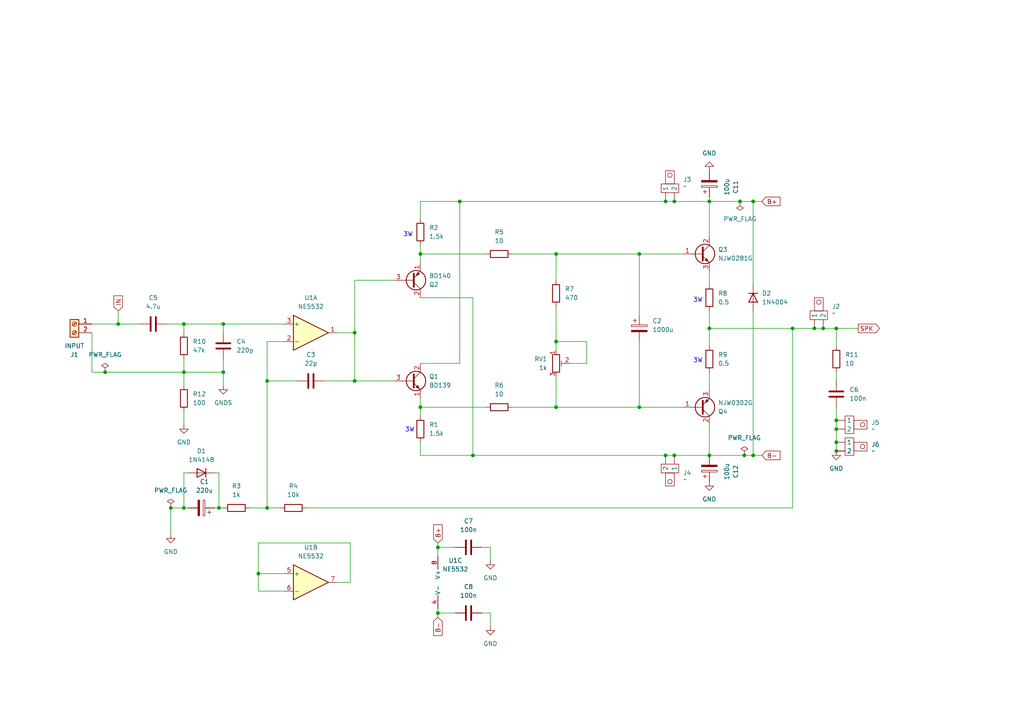
<source format=kicad_sch>
(kicad_sch (version 20250114) (generator "eeschema") (generator_version "9.0")
  (paper "A4")
  (lib_symbols
    (symbol "Amplifier_Operational:NE5532" (pin_names (offset 0.127))
      (property "Reference" "U" (at 0 5.08 0))
      (property "Value" "NE5532" (at 0 -5.08 0))
      (symbol "NE5532_1_1"
        (polyline (pts (xy -5.08 5.08) (xy 5.08 0) (xy -5.08 -5.08) (xy -5.08 5.08)) (stroke (width 0.254)) (fill (type background)))
        (pin input line (at -7.62 2.54 0) (length 2.54) (name "+") (number "3"))
        (pin input line (at -7.62 -2.54 0) (length 2.54) (name "-") (number "2"))
        (pin output line (at 7.62 0 180) (length 2.54) (name "~") (number "1"))
      )
      (symbol "NE5532_2_1"
        (polyline (pts (xy -5.08 5.08) (xy 5.08 0) (xy -5.08 -5.08) (xy -5.08 5.08)) (stroke (width 0.254)) (fill (type background)))
        (pin input line (at -7.62 2.54 0) (length 2.54) (name "+") (number "5"))
        (pin input line (at -7.62 -2.54 0) (length 2.54) (name "-") (number "6"))
        (pin output line (at 7.62 0 180) (length 2.54) (name "~") (number "7"))
      )
      (symbol "NE5532_3_1"
        (pin power_in line (at -2.54 7.62 270) (length 3.81) (name "V+") (number "8"))
        (pin power_in line (at -2.54 -7.62 90) (length 3.81) (name "V-") (number "4"))
      )
    )
    (symbol "Connector:Screw_Terminal_01x02" (pin_names (offset 1.016) (hide yes))
      (property "Reference" "J" (at 0 2.54 0))
      (property "Value" "Screw_Terminal_01x02" (at 0 -5.08 0))
      (symbol "Screw_Terminal_01x02_1_1"
        (rectangle (start -1.27 1.27) (end 1.27 -3.81) (stroke (width 0.254)) (fill (type background)))
        (polyline (pts (xy -0.5334 0.3302) (xy 0.3302 -0.508)) (stroke (width 0.1524)))
        (polyline (pts (xy -0.5334 -2.2098) (xy 0.3302 -3.048)) (stroke (width 0.1524)))
        (polyline (pts (xy -0.3556 0.508) (xy 0.508 -0.3302)) (stroke (width 0.1524)))
        (polyline (pts (xy -0.3556 -2.032) (xy 0.508 -2.8702)) (stroke (width 0.1524)))
        (circle (center 0 0) (radius 0.635) (stroke (width 0.1524)))
        (circle (center 0 -2.54) (radius 0.635) (stroke (width 0.1524)))
        (pin passive line (at -5.08 0 0) (length 3.81) (name "Pin_1") (number "1"))
        (pin passive line (at -5.08 -2.54 0) (length 3.81) (name "Pin_2") (number "2"))
      )
    )
    (symbol "Device:C" (pin_numbers (hide yes)) (pin_names (offset 0.254))
      (property "Reference" "C" (at 0.635 2.54 0))
      (property "Value" "C" (at 0.635 -2.54 0))
      (symbol "C_0_1"
        (polyline (pts (xy -2.032 0.762) (xy 2.032 0.762)) (stroke (width 0.508)))
        (polyline (pts (xy -2.032 -0.762) (xy 2.032 -0.762)) (stroke (width 0.508)))
      )
      (symbol "C_1_1"
        (pin passive line (at 0 3.81 270) (length 2.794) (name "~") (number "1"))
        (pin passive line (at 0 -3.81 90) (length 2.794) (name "~") (number "2"))
      )
    )
    (symbol "Device:C_Polarized" (pin_numbers (hide yes)) (pin_names (offset 0.254))
      (property "Reference" "C" (at 0.635 2.54 0))
      (property "Value" "C_Polarized" (at 0.635 -2.54 0))
      (symbol "C_Polarized_0_1"
        (rectangle (start -2.286 0.508) (end 2.286 1.016))
        (polyline (pts (xy -1.778 2.286) (xy -0.762 2.286)))
        (polyline (pts (xy -1.27 2.794) (xy -1.27 1.778)))
        (rectangle (start 2.286 -0.508) (end -2.286 -1.016) (fill (type outline)))
      )
      (symbol "C_Polarized_1_1"
        (pin passive line (at 0 3.81 270) (length 2.794) (name "~") (number "1"))
        (pin passive line (at 0 -3.81 90) (length 2.794) (name "~") (number "2"))
      )
    )
    (symbol "Device:R" (pin_numbers (hide yes)) (pin_names (offset 0))
      (property "Reference" "R" (at 2.032 0 90))
      (property "Value" "R" (at 0 0 90))
      (symbol "R_0_1"
        (rectangle (start -1.016 -2.54) (end 1.016 2.54) (stroke (width 0.254)))
      )
      (symbol "R_1_1"
        (pin passive line (at 0 3.81 270) (length 1.27) (name "~") (number "1"))
        (pin passive line (at 0 -3.81 90) (length 1.27) (name "~") (number "2"))
      )
    )
    (symbol "Device:R_Potentiometer_Trim" (pin_names (offset 1.016) (hide yes))
      (property "Reference" "RV" (at -4.445 0 90))
      (property "Value" "R_Potentiometer_Trim" (at -2.54 0 90))
      (symbol "R_Potentiometer_Trim_0_1"
        (rectangle (start 1.016 2.54) (end -1.016 -2.54) (stroke (width 0.254)))
        (polyline (pts (xy 1.524 0.762) (xy 1.524 -0.762)))
        (polyline (pts (xy 2.54 0) (xy 1.524 0)))
      )
      (symbol "R_Potentiometer_Trim_1_1"
        (pin passive line (at 0 3.81 270) (length 1.27) (name "1") (number "1"))
        (pin passive line (at 0 -3.81 90) (length 1.27) (name "3") (number "3"))
        (pin passive line (at 3.81 0 180) (length 1.27) (name "2") (number "2"))
      )
    )
    (symbol "Diamond:NJW0281G" (pin_names (offset 0) (hide yes))
      (property "Reference" "Q" (at -2.54 7.62 0))
      (property "Value" "NJW0281G" (at -2.54 5.08 0))
      (symbol "NJW0281G_0_1"
        (polyline (pts (xy -2.54 0) (xy 0.635 0)) (stroke (width 0.1524)))
        (polyline (pts (xy 0.635 1.905) (xy 0.635 -1.905) (xy 0.635 -1.905)) (stroke (width 0.508)))
        (polyline (pts (xy 0.635 0.635) (xy 2.54 2.54)))
        (polyline (pts (xy 0.635 -0.635) (xy 2.54 -2.54) (xy 2.54 -2.54)))
        (circle (center 1.27 0) (radius 2.8194) (stroke (width 0.254)))
        (polyline (pts (xy 1.27 -1.778) (xy 1.778 -1.27) (xy 2.286 -2.286) (xy 1.27 -1.778) (xy 1.27 -1.778)) (fill (type outline)))
        (polyline (pts (xy 2.794 -1.27) (xy 2.794 -1.27)) (stroke (width 0.1524)))
        (polyline (pts (xy 2.794 -1.27) (xy 2.794 -1.27)) (stroke (width 0.1524)))
      )
      (symbol "NJW0281G_1_1"
        (pin open_collector line (at -5.08 0 0) (length 2.54) (name "C") (number "1"))
        (pin input line (at 2.54 5.08 270) (length 2.54) (name "B") (number "2"))
        (pin open_emitter line (at 2.54 -5.08 90) (length 2.54) (name "E") (number "3"))
      )
    )
    (symbol "Diamond:NJW0302G" (pin_names (offset 0) (hide yes))
      (property "Reference" "Q" (at -2.54 7.62 0))
      (property "Value" "NJW0302G" (at -2.54 5.08 0))
      (symbol "NJW0302G_0_1"
        (polyline (pts (xy -2.54 0) (xy 0.635 0)) (stroke (width 0.1524)))
        (polyline (pts (xy 0.635 1.905) (xy 0.635 -1.905) (xy 0.635 -1.905)) (stroke (width 0.508)))
        (polyline (pts (xy 0.635 0.635) (xy 2.54 2.54)))
        (polyline (pts (xy 0.635 -0.635) (xy 2.54 -2.54) (xy 2.54 -2.54)))
        (circle (center 1.27 0) (radius 2.8194) (stroke (width 0.254)))
        (polyline (pts (xy 2.286 -1.778) (xy 1.778 -2.286) (xy 1.27 -1.27) (xy 2.286 -1.778) (xy 2.286 -1.778)) (fill (type outline)))
      )
      (symbol "NJW0302G_1_1"
        (pin input line (at -5.08 0 0) (length 2.54) (name "B") (number "1"))
        (pin open_collector line (at 2.54 5.08 270) (length 2.54) (name "C") (number "2"))
        (pin open_emitter line (at 2.54 -5.08 90) (length 2.54) (name "E") (number "3"))
      )
    )
    (symbol "Diamond:Spade_Connector" (pin_numbers (hide yes))
      (property "Reference" "J" (at 0 2.54 0))
      (symbol "Spade_Connector_0_1"
        (rectangle (start -2.54 0) (end 0 -5.08))
        (rectangle (start 0 -1.27) (end 3.81 -3.81))
        (circle (center 2.54 -2.54) (radius 0.635))
      )
      (symbol "Spade_Connector_1_1"
        (pin passive line (at -5.08 -1.27 0) (length 2.54) (name "1") (number "1"))
        (pin passive line (at -5.08 -3.81 0) (length 2.54) (name "2") (number "2"))
      )
    )
    (symbol "Diode:1N4004" (pin_numbers (hide yes)) (pin_names (hide yes))
      (property "Reference" "D" (at 0 2.54 0))
      (property "Value" "1N4004" (at 0 -2.54 0))
      (symbol "1N4004_0_1"
        (polyline (pts (xy -1.27 1.27) (xy -1.27 -1.27)) (stroke (width 0.254)))
        (polyline (pts (xy 1.27 1.27) (xy 1.27 -1.27) (xy -1.27 0) (xy 1.27 1.27)) (stroke (width 0.254)))
        (polyline (pts (xy 1.27 0) (xy -1.27 0)))
      )
      (symbol "1N4004_1_1"
        (pin passive line (at -3.81 0 0) (length 2.54) (name "K") (number "1"))
        (pin passive line (at 3.81 0 180) (length 2.54) (name "A") (number "2"))
      )
    )
    (symbol "Diode:1N4148" (pin_numbers (hide yes)) (pin_names (hide yes))
      (property "Reference" "D" (at 0 2.54 0))
      (property "Value" "1N4148" (at 0 -2.54 0))
      (symbol "1N4148_0_1"
        (polyline (pts (xy -1.27 1.27) (xy -1.27 -1.27)) (stroke (width 0.254)))
        (polyline (pts (xy 1.27 1.27) (xy 1.27 -1.27) (xy -1.27 0) (xy 1.27 1.27)) (stroke (width 0.254)))
        (polyline (pts (xy 1.27 0) (xy -1.27 0)))
      )
      (symbol "1N4148_1_1"
        (pin passive line (at -3.81 0 0) (length 2.54) (name "K") (number "1"))
        (pin passive line (at 3.81 0 180) (length 2.54) (name "A") (number "2"))
      )
    )
    (symbol "Transistor_BJT:BD139" (pin_names (offset 0) (hide yes))
      (property "Reference" "Q" (at 5.08 1.905 0))
      (property "Value" "BD139" (at 5.08 0 0))
      (symbol "BD139_0_1"
        (polyline (pts (xy -2.54 0) (xy 0.635 0)))
        (polyline (pts (xy 0.635 1.905) (xy 0.635 -1.905)) (stroke (width 0.508)))
        (circle (center 1.27 0) (radius 2.8194) (stroke (width 0.254)))
      )
      (symbol "BD139_1_1"
        (polyline (pts (xy 0.635 0.635) (xy 2.54 2.54)))
        (polyline (pts (xy 0.635 -0.635) (xy 2.54 -2.54)))
        (polyline (pts (xy 1.27 -1.778) (xy 1.778 -1.27) (xy 2.286 -2.286) (xy 1.27 -1.778)) (fill (type outline)))
        (pin input line (at -5.08 0 0) (length 2.54) (name "B") (number "3"))
        (pin passive line (at 2.54 5.08 270) (length 2.54) (name "C") (number "2"))
        (pin passive line (at 2.54 -5.08 90) (length 2.54) (name "E") (number "1"))
      )
    )
    (symbol "Transistor_BJT:BD140" (pin_names (offset 0) (hide yes))
      (property "Reference" "Q" (at 5.08 1.905 0))
      (property "Value" "BD140" (at 5.08 0 0))
      (symbol "BD140_0_1"
        (polyline (pts (xy -2.54 0) (xy 0.635 0)))
        (polyline (pts (xy 0.635 1.905) (xy 0.635 -1.905)) (stroke (width 0.508)))
        (polyline (pts (xy 0.635 0.635) (xy 2.54 2.54)))
        (polyline (pts (xy 0.635 -0.635) (xy 2.54 -2.54)))
        (circle (center 1.27 0) (radius 2.8194) (stroke (width 0.254)))
        (polyline (pts (xy 2.286 -1.778) (xy 1.778 -2.286) (xy 1.27 -1.27) (xy 2.286 -1.778)) (fill (type outline)))
      )
      (symbol "BD140_1_1"
        (pin input line (at -5.08 0 0) (length 2.54) (name "B") (number "3"))
        (pin passive line (at 2.54 5.08 270) (length 2.54) (name "C") (number "2"))
        (pin passive line (at 2.54 -5.08 90) (length 2.54) (name "E") (number "1"))
      )
    )
    (symbol "power:GND" (power) (pin_numbers (hide yes)) (pin_names (offset 0) (hide yes))
      (property "Value" "GND" (at 0 -3.81 0))
      (symbol "GND_0_1"
        (polyline (pts (xy 0 0) (xy 0 -1.27) (xy 1.27 -1.27) (xy 0 -2.54) (xy -1.27 -1.27) (xy 0 -1.27)))
      )
      (symbol "GND_1_1"
        (pin power_in line (at 0 0 270) (length 0) (name "~") (number "1"))
      )
    )
    (symbol "power:PWR_FLAG" (power) (pin_numbers (hide yes)) (pin_names (offset 0) (hide yes))
      (property "Value" "PWR_FLAG" (at 0 3.81 0))
      (symbol "PWR_FLAG_0_0"
        (pin power_out line (at 0 0 90) (length 0) (name "~") (number "1"))
      )
      (symbol "PWR_FLAG_0_1"
        (polyline (pts (xy 0 0) (xy 0 1.27) (xy -1.016 1.905) (xy 0 2.54) (xy 1.016 1.905) (xy 0 1.27)))
      )
    )
  )
  (text "3W" (at 118.364 68.072 0) (effects (font (size 1.27 1.27))))
  (text "3W" (at 118.872 124.714 0) (effects (font (size 1.27 1.27))))
  (text "3W" (at 202.438 104.648 0) (effects (font (size 1.27 1.27))))
  (text "3W" (at 202.438 87.122 0) (effects (font (size 1.27 1.27))))
  (junction (at 102.87 96.52))
  (junction (at 205.74 95.25))
  (junction (at 49.53 147.32))
  (junction (at 242.57 95.25))
  (junction (at 185.42 118.11))
  (junction (at 193.04 58.42))
  (junction (at 74.93 166.37))
  (junction (at 53.34 107.95))
  (junction (at 133.35 58.42))
  (junction (at 121.92 73.66))
  (junction (at 236.22 95.25))
  (junction (at 77.47 147.32))
  (junction (at 77.47 110.49))
  (junction (at 242.57 121.92))
  (junction (at 218.44 58.42))
  (junction (at 63.5 147.32))
  (junction (at 161.29 73.66))
  (junction (at 242.57 124.46))
  (junction (at 30.48 107.95))
  (junction (at 205.74 58.42))
  (junction (at 102.87 110.49))
  (junction (at 53.34 147.32))
  (junction (at 121.92 118.11))
  (junction (at 195.58 58.42))
  (junction (at 229.87 95.25))
  (junction (at 64.77 107.95))
  (junction (at 193.04 132.08))
  (junction (at 161.29 99.06))
  (junction (at 127 177.8))
  (junction (at 215.9 132.08))
  (junction (at 195.58 132.08))
  (junction (at 53.34 93.98))
  (junction (at 214.63 58.42))
  (junction (at 127 158.75))
  (junction (at 34.29 93.98))
  (junction (at 238.76 95.25))
  (junction (at 185.42 73.66))
  (junction (at 242.57 128.27))
  (junction (at 161.29 118.11))
  (junction (at 205.74 132.08))
  (junction (at 137.16 132.08))
  (junction (at 242.57 130.81))
  (junction (at 64.77 93.98))
  (junction (at 218.44 132.08))
  (wire (pts (xy 49.53 147.32) (xy 53.34 147.32)))
  (wire (pts (xy 127 158.75) (xy 132.08 158.75)))
  (wire (pts (xy 77.47 147.32) (xy 81.28 147.32)))
  (wire (pts (xy 74.93 157.48) (xy 101.6 157.48)))
  (wire (pts (xy 77.47 99.06) (xy 82.55 99.06)))
  (wire (pts (xy 127 158.75) (xy 127 161.29)))
  (wire (pts (xy 139.7 158.75) (xy 142.24 158.75)))
  (wire (pts (xy 121.92 118.11) (xy 140.97 118.11)))
  (wire (pts (xy 53.34 137.16) (xy 54.61 137.16)))
  (wire (pts (xy 53.34 93.98) (xy 64.77 93.98)))
  (wire (pts (xy 74.93 166.37) (xy 82.55 166.37)))
  (wire (pts (xy 205.74 58.42) (xy 205.74 68.58)))
  (wire (pts (xy 205.74 90.17) (xy 205.74 95.25)))
  (wire (pts (xy 121.92 118.11) (xy 121.92 120.65)))
  (wire (pts (xy 97.79 96.52) (xy 102.87 96.52)))
  (wire (pts (xy 185.42 91.44) (xy 185.42 73.66)))
  (wire (pts (xy 97.79 168.91) (xy 101.6 168.91)))
  (wire (pts (xy 26.67 107.95) (xy 30.48 107.95)))
  (wire (pts (xy 53.34 104.14) (xy 53.34 107.95)))
  (wire (pts (xy 161.29 88.9) (xy 161.29 99.06)))
  (wire (pts (xy 74.93 166.37) (xy 74.93 157.48)))
  (wire (pts (xy 72.39 147.32) (xy 77.47 147.32)))
  (wire (pts (xy 165.1 105.41) (xy 170.18 105.41)))
  (wire (pts (xy 127 177.8) (xy 127 176.53)))
  (wire (pts (xy 49.53 154.94) (xy 49.53 147.32)))
  (wire (pts (xy 242.57 124.46) (xy 242.57 128.27)))
  (wire (pts (xy 205.74 107.95) (xy 205.74 113.03)))
  (wire (pts (xy 205.74 95.25) (xy 205.74 100.33)))
  (wire (pts (xy 215.9 132.08) (xy 218.44 132.08)))
  (wire (pts (xy 161.29 99.06) (xy 161.29 101.6)))
  (wire (pts (xy 220.98 58.42) (xy 218.44 58.42)))
  (wire (pts (xy 127 177.8) (xy 132.08 177.8)))
  (wire (pts (xy 238.76 95.25) (xy 242.57 95.25)))
  (wire (pts (xy 236.22 95.25) (xy 238.76 95.25)))
  (wire (pts (xy 74.93 171.45) (xy 74.93 166.37)))
  (wire (pts (xy 242.57 107.95) (xy 242.57 110.49)))
  (wire (pts (xy 161.29 73.66) (xy 185.42 73.66)))
  (wire (pts (xy 242.57 128.27) (xy 242.57 130.81)))
  (wire (pts (xy 64.77 96.52) (xy 64.77 93.98)))
  (wire (pts (xy 218.44 58.42) (xy 218.44 82.55)))
  (wire (pts (xy 88.9 147.32) (xy 229.87 147.32)))
  (wire (pts (xy 121.92 105.41) (xy 133.35 105.41)))
  (wire (pts (xy 53.34 93.98) (xy 53.34 96.52)))
  (wire (pts (xy 121.92 128.27) (xy 121.92 132.08)))
  (wire (pts (xy 121.92 132.08) (xy 137.16 132.08)))
  (wire (pts (xy 242.57 121.92) (xy 242.57 124.46)))
  (wire (pts (xy 242.57 100.33) (xy 242.57 95.25)))
  (wire (pts (xy 62.23 147.32) (xy 63.5 147.32)))
  (wire (pts (xy 242.57 95.25) (xy 248.92 95.25)))
  (wire (pts (xy 77.47 110.49) (xy 77.47 147.32)))
  (wire (pts (xy 133.35 58.42) (xy 193.04 58.42)))
  (wire (pts (xy 242.57 118.11) (xy 242.57 121.92)))
  (wire (pts (xy 148.59 73.66) (xy 161.29 73.66)))
  (wire (pts (xy 63.5 137.16) (xy 63.5 147.32)))
  (wire (pts (xy 64.77 107.95) (xy 64.77 111.76)))
  (wire (pts (xy 30.48 107.95) (xy 53.34 107.95)))
  (wire (pts (xy 148.59 118.11) (xy 161.29 118.11)))
  (wire (pts (xy 121.92 86.36) (xy 137.16 86.36)))
  (wire (pts (xy 53.34 147.32) (xy 54.61 147.32)))
  (wire (pts (xy 205.74 57.15) (xy 205.74 58.42)))
  (wire (pts (xy 185.42 73.66) (xy 198.12 73.66)))
  (wire (pts (xy 137.16 86.36) (xy 137.16 132.08)))
  (wire (pts (xy 133.35 58.42) (xy 133.35 105.41)))
  (wire (pts (xy 193.04 58.42) (xy 195.58 58.42)))
  (wire (pts (xy 102.87 81.28) (xy 114.3 81.28)))
  (wire (pts (xy 205.74 78.74) (xy 205.74 82.55)))
  (wire (pts (xy 77.47 110.49) (xy 86.36 110.49)))
  (wire (pts (xy 48.26 93.98) (xy 53.34 93.98)))
  (wire (pts (xy 121.92 58.42) (xy 133.35 58.42)))
  (wire (pts (xy 82.55 171.45) (xy 74.93 171.45)))
  (wire (pts (xy 205.74 123.19) (xy 205.74 132.08)))
  (wire (pts (xy 137.16 132.08) (xy 193.04 132.08)))
  (wire (pts (xy 102.87 96.52) (xy 102.87 81.28)))
  (wire (pts (xy 142.24 162.56) (xy 142.24 158.75)))
  (wire (pts (xy 53.34 119.38) (xy 53.34 123.19)))
  (wire (pts (xy 121.92 71.12) (xy 121.92 73.66)))
  (wire (pts (xy 102.87 110.49) (xy 102.87 96.52)))
  (wire (pts (xy 34.29 90.17) (xy 34.29 93.98)))
  (wire (pts (xy 205.74 95.25) (xy 229.87 95.25)))
  (wire (pts (xy 93.98 110.49) (xy 102.87 110.49)))
  (wire (pts (xy 139.7 177.8) (xy 142.24 177.8)))
  (wire (pts (xy 127 157.48) (xy 127 158.75)))
  (wire (pts (xy 161.29 73.66) (xy 161.29 81.28)))
  (wire (pts (xy 26.67 93.98) (xy 34.29 93.98)))
  (wire (pts (xy 185.42 118.11) (xy 198.12 118.11)))
  (wire (pts (xy 53.34 137.16) (xy 53.34 147.32)))
  (wire (pts (xy 121.92 63.5) (xy 121.92 58.42)))
  (wire (pts (xy 34.29 93.98) (xy 40.64 93.98)))
  (wire (pts (xy 161.29 109.22) (xy 161.29 118.11)))
  (wire (pts (xy 214.63 58.42) (xy 205.74 58.42)))
  (wire (pts (xy 77.47 99.06) (xy 77.47 110.49)))
  (wire (pts (xy 121.92 115.57) (xy 121.92 118.11)))
  (wire (pts (xy 170.18 99.06) (xy 161.29 99.06)))
  (wire (pts (xy 229.87 147.32) (xy 229.87 95.25)))
  (wire (pts (xy 218.44 132.08) (xy 220.98 132.08)))
  (wire (pts (xy 195.58 132.08) (xy 205.74 132.08)))
  (wire (pts (xy 63.5 147.32) (xy 64.77 147.32)))
  (wire (pts (xy 205.74 132.08) (xy 215.9 132.08)))
  (wire (pts (xy 121.92 73.66) (xy 140.97 73.66)))
  (wire (pts (xy 193.04 132.08) (xy 195.58 132.08)))
  (wire (pts (xy 62.23 137.16) (xy 63.5 137.16)))
  (wire (pts (xy 64.77 93.98) (xy 82.55 93.98)))
  (wire (pts (xy 185.42 99.06) (xy 185.42 118.11)))
  (wire (pts (xy 53.34 107.95) (xy 64.77 107.95)))
  (wire (pts (xy 218.44 90.17) (xy 218.44 132.08)))
  (wire (pts (xy 142.24 181.61) (xy 142.24 177.8)))
  (wire (pts (xy 114.3 110.49) (xy 102.87 110.49)))
  (wire (pts (xy 64.77 107.95) (xy 64.77 104.14)))
  (wire (pts (xy 170.18 105.41) (xy 170.18 99.06)))
  (wire (pts (xy 26.67 96.52) (xy 26.67 107.95)))
  (wire (pts (xy 121.92 73.66) (xy 121.92 76.2)))
  (wire (pts (xy 101.6 157.48) (xy 101.6 168.91)))
  (wire (pts (xy 53.34 111.76) (xy 53.34 107.95)))
  (wire (pts (xy 195.58 58.42) (xy 205.74 58.42)))
  (wire (pts (xy 161.29 118.11) (xy 185.42 118.11)))
  (wire (pts (xy 127 179.07) (xy 127 177.8)))
  (wire (pts (xy 218.44 58.42) (xy 214.63 58.42)))
  (wire (pts (xy 229.87 95.25) (xy 236.22 95.25)))
  (global_label "B+" (shape input) (at 220.98 58.42 0) (property "Intersheetrefs" "${INTERSHEET_REFS}" (effects (hide yes))))
  (global_label "IN" (shape input) (at 34.29 90.17 90) (property "Intersheetrefs" "${INTERSHEET_REFS}" (effects (hide yes))))
  (global_label "B+" (shape input) (at 127 157.48 90) (property "Intersheetrefs" "${INTERSHEET_REFS}" (effects (hide yes))))
  (global_label "SPK" (shape output) (at 248.92 95.25 0) (property "Intersheetrefs" "${INTERSHEET_REFS}" (effects (hide yes))))
  (global_label "B-" (shape input) (at 127 179.07 270) (property "Intersheetrefs" "${INTERSHEET_REFS}" (effects (hide yes))))
  (global_label "B-" (shape input) (at 220.98 132.08 0) (property "Intersheetrefs" "${INTERSHEET_REFS}" (effects (hide yes))))
  (symbol (lib_id "Device:C") (at 135.89 158.75 90) (unit 1)
    (property "Reference" "C7" (at 135.89 151.13 90))
    (property "Value" "100n" (at 135.89 153.67 90))
    (property "Footprint" "Capacitor_THT:C_Rect_L7.2mm_W3.0mm_P5.00mm_FKS2_FKP2_MKS2_MKP2" (effects (hide yes)))
    (property "Description" "Unpolarized capacitor" (effects (hide yes)))
  )
  (symbol (lib_id "power:PWR_FLAG") (at 214.63 58.42 180) (unit 1)
    (property "Reference" "#FLG03" (effects (hide yes)))
    (property "Value" "PWR_FLAG" (at 214.63 63.5 0))
    (property "Description" "Special symbol for telling ERC where power comes from" (effects (hide yes)))
  )
  (symbol (lib_id "Diode:1N4148") (at 58.42 137.16 180) (unit 1)
    (property "Reference" "D1" (at 58.42 130.81 0))
    (property "Value" "1N4148" (at 58.42 133.35 0))
    (property "Footprint" "Diode_THT:D_DO-35_SOD27_P7.62mm_Horizontal" (effects (hide yes)))
    (property "Datasheet" "https://assets.nexperia.com/documents/data-sheet/1N4148_1N4448.pdf" (effects (hide yes)))
    (property "Description" "100V 0.15A standard switching diode, DO-35" (effects (hide yes)))
    (property "Sim.Device" "D" (effects (hide yes)))
    (property "Sim.Pins" "1=K 2=A" (effects (hide yes)))
  )
  (symbol (lib_id "Device:C_Polarized") (at 58.42 147.32 270) (mirror x) (unit 1)
    (property "Reference" "C1" (at 59.309 139.7 90))
    (property "Value" "220u" (at 59.309 142.24 90))
    (property "Footprint" "Capacitor_THT:CP_Radial_D8.0mm_P5.00mm" (effects (hide yes)))
    (property "Description" "Polarized capacitor" (effects (hide yes)))
  )
  (symbol (lib_id "Device:C") (at 90.17 110.49 90) (unit 1)
    (property "Reference" "C3" (at 90.17 102.87 90))
    (property "Value" "22p" (at 90.17 105.41 90))
    (property "Footprint" "Capacitor_THT:C_Rect_L7.2mm_W3.0mm_P5.00mm_FKS2_FKP2_MKS2_MKP2" (effects (hide yes)))
    (property "Description" "Unpolarized capacitor" (effects (hide yes)))
  )
  (symbol (lib_id "power:GND") (at 49.53 154.94 0) (unit 1)
    (property "Reference" "#PWR01" (effects (hide yes)))
    (property "Value" "GND" (at 49.53 160.02 0))
    (property "Description" "Power symbol creates a global label with name \"GND\" , ground" (effects (hide yes)))
  )
  (symbol (lib_id "Device:C_Polarized") (at 205.74 53.34 0) (mirror x) (unit 1)
    (property "Reference" "C11" (at 213.36 54.229 90))
    (property "Value" "100u" (at 210.82 54.229 90))
    (property "Footprint" "Capacitor_THT:CP_Radial_D8.0mm_P5.00mm" (effects (hide yes)))
    (property "Description" "Polarized capacitor" (effects (hide yes)))
  )
  (symbol (lib_id "Device:R") (at 144.78 118.11 90) (unit 1)
    (property "Reference" "R6" (at 144.78 111.76 90))
    (property "Value" "10" (at 144.78 114.3 90))
    (property "Footprint" "Resistor_THT:R_Axial_DIN0204_L3.6mm_D1.6mm_P7.62mm_Horizontal" (effects (hide yes)))
    (property "Description" "Resistor" (effects (hide yes)))
  )
  (symbol (lib_id "Diamond:Spade_Connector") (at 247.65 120.65 0) (unit 1)
    (property "Reference" "J5" (at 252.73 122.5549 0) (effects (justify left)))
    (property "Value" "~" (at 252.73 124.46 0) (effects (justify left)))
    (property "Footprint" "Diamond:Spade Connector" (effects (hide yes)))
  )
  (symbol (lib_id "power:GND") (at 142.24 181.61 0) (unit 1)
    (property "Reference" "#PWR05" (effects (hide yes)))
    (property "Value" "GND" (at 142.24 186.69 0))
    (property "Description" "Power symbol creates a global label with name \"GND\" , ground" (effects (hide yes)))
  )
  (symbol (lib_id "Diamond:NJW0281G") (at 203.2 73.66 0) (unit 1)
    (property "Reference" "Q3" (at 208.28 72.3899 0) (effects (justify left)))
    (property "Value" "NJW0281G" (at 208.28 74.9299 0) (effects (justify left)))
    (property "Footprint" "Package_TO_SOT_THT:TO-3P-3_Vertical" (effects (hide yes)))
    (property "Datasheet" "https://ngspice.sourceforge.io/docs/ngspice-html-manual/manual.xhtml#cha_BJTs" (effects (hide yes)))
    (property "Description" "Bipolar transistor symbol for simulation only, substrate tied to the emitter" (effects (hide yes)))
    (property "Sim.Device" "NPN" (effects (hide yes)))
    (property "Sim.Type" "GUMMELPOON" (effects (hide yes)))
    (property "Sim.Pins" "1=C 2=B 3=E" (effects (hide yes)))
  )
  (symbol (lib_id "power:GND") (at 64.77 111.76 0) (unit 1)
    (property "Reference" "#PWR02" (effects (hide yes)))
    (property "Value" "GNDS" (at 64.77 116.84 0))
    (property "Description" "Power symbol creates a global label with name \"GND\" , ground" (effects (hide yes)))
  )
  (symbol (lib_id "Device:R") (at 68.58 147.32 90) (unit 1)
    (property "Reference" "R3" (at 68.58 140.97 90))
    (property "Value" "1k" (at 68.58 143.51 90))
    (property "Footprint" "Resistor_THT:R_Axial_DIN0204_L3.6mm_D1.6mm_P7.62mm_Horizontal" (effects (hide yes)))
    (property "Description" "Resistor" (effects (hide yes)))
  )
  (symbol (lib_id "power:GND") (at 53.34 123.19 0) (unit 1)
    (property "Reference" "#PWR06" (effects (hide yes)))
    (property "Value" "GND" (at 53.34 128.27 0))
    (property "Description" "Power symbol creates a global label with name \"GND\" , ground" (effects (hide yes)))
  )
  (symbol (lib_id "Device:R") (at 144.78 73.66 90) (unit 1)
    (property "Reference" "R5" (at 144.78 67.31 90))
    (property "Value" "10" (at 144.78 69.85 90))
    (property "Footprint" "Resistor_THT:R_Axial_DIN0204_L3.6mm_D1.6mm_P7.62mm_Horizontal" (effects (hide yes)))
    (property "Description" "Resistor" (effects (hide yes)))
  )
  (symbol (lib_id "Diamond:Spade_Connector") (at 247.65 127 0) (unit 1)
    (property "Reference" "J6" (at 252.73 128.9049 0) (effects (justify left)))
    (property "Value" "~" (at 252.73 130.81 0) (effects (justify left)))
    (property "Footprint" "Diamond:Spade Connector" (effects (hide yes)))
  )
  (symbol (lib_id "power:GND") (at 205.74 49.53 180) (unit 1)
    (property "Reference" "#PWR08" (effects (hide yes)))
    (property "Value" "GND" (at 205.74 44.45 0))
    (property "Description" "Power symbol creates a global label with name \"GND\" , ground" (effects (hide yes)))
  )
  (symbol (lib_id "Device:C") (at 242.57 114.3 0) (unit 1)
    (property "Reference" "C6" (at 246.38 113.0299 0) (effects (justify left)))
    (property "Value" "100n" (at 246.38 115.5699 0) (effects (justify left)))
    (property "Footprint" "Capacitor_THT:C_Rect_L7.2mm_W3.0mm_P5.00mm_FKS2_FKP2_MKS2_MKP2" (effects (hide yes)))
    (property "Description" "Unpolarized capacitor" (effects (hide yes)))
  )
  (symbol (lib_id "Device:R") (at 121.92 67.31 0) (unit 1)
    (property "Reference" "R2" (at 124.46 66.0399 0) (effects (justify left)))
    (property "Value" "1.5k" (at 124.46 68.5799 0) (effects (justify left)))
    (property "Footprint" "Resistor_THT:R_Axial_DIN0414_L11.9mm_D4.5mm_P20.32mm_Horizontal" (effects (hide yes)))
    (property "Description" "Resistor" (effects (hide yes)))
  )
  (symbol (lib_id "Device:C_Polarized") (at 205.74 135.89 0) (mirror x) (unit 1)
    (property "Reference" "C12" (at 213.36 136.779 90))
    (property "Value" "100u" (at 210.82 136.779 90))
    (property "Footprint" "Capacitor_THT:CP_Radial_D8.0mm_P5.00mm" (effects (hide yes)))
    (property "Description" "Polarized capacitor" (effects (hide yes)))
  )
  (symbol (lib_id "Diamond:Spade_Connector") (at 196.85 137.16 270) (unit 1)
    (property "Reference" "J4" (at 198.12 137.1599 90) (effects (justify left)))
    (property "Value" "~" (at 198.12 139.065 90) (effects (justify left)))
    (property "Footprint" "Diamond:Spade Connector" (effects (hide yes)))
  )
  (symbol (lib_id "Transistor_BJT:BD140") (at 119.38 81.28 0) (mirror x) (unit 1)
    (property "Reference" "Q2" (at 124.46 82.5501 0) (effects (justify left)))
    (property "Value" "BD140" (at 124.46 80.0101 0) (effects (justify left)))
    (property "Footprint" "Package_TO_SOT_THT:TO-126-3_Vertical" (effects (hide yes)))
    (property "Datasheet" "http://www.st.com/internet/com/TECHNICAL_RESOURCES/TECHNICAL_LITERATURE/DATASHEET/CD00001225.pdf" (effects (hide yes)))
    (property "Description" "1.5A Ic, 80V Vce, Low Voltage Transistor, TO-126" (effects (hide yes)))
  )
  (symbol (lib_id "Device:R") (at 205.74 86.36 0) (unit 1)
    (property "Reference" "R8" (at 208.28 85.0899 0) (effects (justify left)))
    (property "Value" "0.5" (at 208.28 87.6299 0) (effects (justify left)))
    (property "Footprint" "Resistor_THT:R_Axial_DIN0414_L11.9mm_D4.5mm_P20.32mm_Horizontal" (effects (hide yes)))
    (property "Description" "Resistor" (effects (hide yes)))
  )
  (symbol (lib_id "Amplifier_Operational:NE5532") (at 90.17 168.91 0) (unit 2)
    (property "Reference" "U1" (at 90.17 158.75 0))
    (property "Value" "NE5532" (at 90.17 161.29 0))
    (property "Footprint" "Package_DIP:DIP-8_W7.62mm" (effects (hide yes)))
    (property "Datasheet" "http://www.ti.com/lit/ds/symlink/ne5532.pdf" (effects (hide yes)))
    (property "Description" "Dual Low-Noise Operational Amplifiers, DIP-8/SOIC-8" (effects (hide yes)))
  )
  (symbol (lib_id "Device:R") (at 53.34 115.57 180) (unit 1)
    (property "Reference" "R12" (at 55.88 114.2999 0) (effects (justify right)))
    (property "Value" "100" (at 55.88 116.8399 0) (effects (justify right)))
    (property "Footprint" "Resistor_THT:R_Axial_DIN0204_L3.6mm_D1.6mm_P7.62mm_Horizontal" (effects (hide yes)))
    (property "Description" "Resistor" (effects (hide yes)))
  )
  (symbol (lib_id "Connector:Screw_Terminal_01x02") (at 21.59 93.98 0) (mirror y) (unit 1)
    (property "Reference" "J1" (at 21.59 102.87 0))
    (property "Value" "INPUT" (at 21.59 100.33 0))
    (property "Footprint" "TerminalBlock_4Ucon:TerminalBlock_4Ucon_1x02_P3.50mm_Horizontal" (effects (hide yes)))
    (property "Description" "Generic screw terminal, single row, 01x02, script generated (kicad-library-utils/schlib/autogen/connector/)" (effects (hide yes)))
  )
  (symbol (lib_id "Device:C") (at 44.45 93.98 90) (unit 1)
    (property "Reference" "C5" (at 44.45 86.36 90))
    (property "Value" "4.7u" (at 44.45 88.9 90))
    (property "Footprint" "Capacitor_THT:CP_Radial_D4.0mm_P2.00mm" (effects (hide yes)))
    (property "Description" "Unpolarized capacitor" (effects (hide yes)))
  )
  (symbol (lib_id "Diamond:NJW0302G") (at 203.2 118.11 0) (mirror x) (unit 1)
    (property "Reference" "Q4" (at 208.28 119.3801 0) (effects (justify left)))
    (property "Value" "NJW0302G" (at 208.28 116.8401 0) (effects (justify left)))
    (property "Footprint" "Package_TO_SOT_THT:TO-3P-3_Vertical" (effects (hide yes)))
    (property "Datasheet" "https://ngspice.sourceforge.io/docs/ngspice-html-manual/manual.xhtml#cha_BJTs" (effects (hide yes)))
    (property "Description" "Bipolar transistor symbol for simulation only, substrate tied to the emitter" (effects (hide yes)))
    (property "Sim.Device" "PNP" (effects (hide yes)))
    (property "Sim.Type" "GUMMELPOON" (effects (hide yes)))
    (property "Sim.Pins" "1=C 2=B 3=E" (effects (hide yes)))
  )
  (symbol (lib_id "Device:R") (at 205.74 104.14 0) (unit 1)
    (property "Reference" "R9" (at 208.28 102.8699 0) (effects (justify left)))
    (property "Value" "0.5" (at 208.28 105.4099 0) (effects (justify left)))
    (property "Footprint" "Resistor_THT:R_Axial_DIN0414_L11.9mm_D4.5mm_P20.32mm_Horizontal" (effects (hide yes)))
    (property "Description" "Resistor" (effects (hide yes)))
  )
  (symbol (lib_id "Device:R") (at 161.29 85.09 0) (unit 1)
    (property "Reference" "R7" (at 163.83 83.8199 0) (effects (justify left)))
    (property "Value" "470" (at 163.83 86.3599 0) (effects (justify left)))
    (property "Footprint" "Resistor_THT:R_Axial_DIN0204_L3.6mm_D1.6mm_P7.62mm_Horizontal" (effects (hide yes)))
    (property "Description" "Resistor" (effects (hide yes)))
  )
  (symbol (lib_id "power:GND") (at 205.74 139.7 0) (unit 1)
    (property "Reference" "#PWR07" (effects (hide yes)))
    (property "Value" "GND" (at 205.74 144.78 0))
    (property "Description" "Power symbol creates a global label with name \"GND\" , ground" (effects (hide yes)))
  )
  (symbol (lib_id "Device:C") (at 135.89 177.8 90) (unit 1)
    (property "Reference" "C8" (at 135.89 170.18 90))
    (property "Value" "100n" (at 135.89 172.72 90))
    (property "Footprint" "Capacitor_THT:C_Rect_L7.2mm_W3.0mm_P5.00mm_FKS2_FKP2_MKS2_MKP2" (effects (hide yes)))
    (property "Description" "Unpolarized capacitor" (effects (hide yes)))
  )
  (symbol (lib_id "Diode:1N4004") (at 218.44 86.36 270) (unit 1)
    (property "Reference" "D2" (at 220.98 85.0899 90) (effects (justify left)))
    (property "Value" "1N4004" (at 220.98 87.6299 90) (effects (justify left)))
    (property "Footprint" "Diode_THT:D_DO-41_SOD81_P10.16mm_Horizontal" (effects (hide yes)))
    (property "Datasheet" "http://www.vishay.com/docs/88503/1n4001.pdf" (effects (hide yes)))
    (property "Description" "400V 1A General Purpose Rectifier Diode, DO-41" (effects (hide yes)))
    (property "Sim.Device" "D" (effects (hide yes)))
    (property "Sim.Pins" "1=K 2=A" (effects (hide yes)))
  )
  (symbol (lib_id "Device:R") (at 121.92 124.46 0) (unit 1)
    (property "Reference" "R1" (at 124.46 123.1899 0) (effects (justify left)))
    (property "Value" "1.5k" (at 124.46 125.7299 0) (effects (justify left)))
    (property "Footprint" "Resistor_THT:R_Axial_DIN0414_L11.9mm_D4.5mm_P20.32mm_Horizontal" (effects (hide yes)))
    (property "Description" "Resistor" (effects (hide yes)))
  )
  (symbol (lib_id "Device:R_Potentiometer_Trim") (at 161.29 105.41 0) (unit 1)
    (property "Reference" "RV1" (at 158.75 104.1399 0) (effects (justify right)))
    (property "Value" "1k" (at 158.75 106.6799 0) (effects (justify right)))
    (property "Footprint" "Diamond:TRIM_T93YA103KT20" (effects (hide yes)))
    (property "Description" "Trim-potentiometer" (effects (hide yes)))
  )
  (symbol (lib_id "power:GND") (at 242.57 130.81 0) (unit 1)
    (property "Reference" "#PWR03" (effects (hide yes)))
    (property "Value" "GND" (at 242.57 135.89 0))
    (property "Description" "Power symbol creates a global label with name \"GND\" , ground" (effects (hide yes)))
  )
  (symbol (lib_id "Device:C") (at 64.77 100.33 0) (unit 1)
    (property "Reference" "C4" (at 68.58 99.0599 0) (effects (justify left)))
    (property "Value" "220p" (at 68.58 101.5999 0) (effects (justify left)))
    (property "Footprint" "Capacitor_THT:C_Rect_L7.2mm_W3.0mm_P5.00mm_FKS2_FKP2_MKS2_MKP2" (effects (hide yes)))
    (property "Description" "Unpolarized capacitor" (effects (hide yes)))
  )
  (symbol (lib_id "Device:R") (at 53.34 100.33 0) (unit 1)
    (property "Reference" "R10" (at 55.88 99.0599 0) (effects (justify left)))
    (property "Value" "47k" (at 55.88 101.5999 0) (effects (justify left)))
    (property "Footprint" "Resistor_THT:R_Axial_DIN0204_L3.6mm_D1.6mm_P7.62mm_Horizontal" (effects (hide yes)))
    (property "Description" "Resistor" (effects (hide yes)))
  )
  (symbol (lib_id "Device:C_Polarized") (at 185.42 95.25 0) (unit 1)
    (property "Reference" "C2" (at 189.23 93.0909 0) (effects (justify left)))
    (property "Value" "1000u" (at 189.23 95.6309 0) (effects (justify left)))
    (property "Footprint" "Capacitor_THT:C_Radial_D12.5mm_H20.0mm_P5.00mm" (effects (hide yes)))
    (property "Description" "Polarized capacitor" (effects (hide yes)))
  )
  (symbol (lib_id "Transistor_BJT:BD139") (at 119.38 110.49 0) (unit 1)
    (property "Reference" "Q1" (at 124.46 109.2199 0) (effects (justify left)))
    (property "Value" "BD139" (at 124.46 111.7599 0) (effects (justify left)))
    (property "Footprint" "Package_TO_SOT_THT:TO-126-3_Vertical" (effects (hide yes)))
    (property "Datasheet" "http://www.st.com/internet/com/TECHNICAL_RESOURCES/TECHNICAL_LITERATURE/DATASHEET/CD00001225.pdf" (effects (hide yes)))
    (property "Description" "1.5A Ic, 80V Vce, Low Voltage Transistor, TO-126" (effects (hide yes)))
  )
  (symbol (lib_id "power:PWR_FLAG") (at 30.48 107.95 0) (unit 1)
    (property "Reference" "#FLG04" (effects (hide yes)))
    (property "Value" "PWR_FLAG" (at 30.48 102.87 0))
    (property "Description" "Special symbol for telling ERC where power comes from" (effects (hide yes)))
  )
  (symbol (lib_id "power:PWR_FLAG") (at 49.53 147.32 0) (unit 1)
    (property "Reference" "#FLG01" (effects (hide yes)))
    (property "Value" "PWR_FLAG" (at 49.53 142.24 0))
    (property "Description" "Special symbol for telling ERC where power comes from" (effects (hide yes)))
  )
  (symbol (lib_id "Amplifier_Operational:NE5532") (at 90.17 96.52 0) (unit 1)
    (property "Reference" "U1" (at 90.17 86.36 0))
    (property "Value" "NE5532" (at 90.17 88.9 0))
    (property "Footprint" "Package_DIP:DIP-8_W7.62mm" (effects (hide yes)))
    (property "Datasheet" "http://www.ti.com/lit/ds/symlink/ne5532.pdf" (effects (hide yes)))
    (property "Description" "Dual Low-Noise Operational Amplifiers, DIP-8/SOIC-8" (effects (hide yes)))
  )
  (symbol (lib_id "Device:R") (at 242.57 104.14 0) (unit 1)
    (property "Reference" "R11" (at 245.11 102.8699 0) (effects (justify left)))
    (property "Value" "10" (at 245.11 105.4099 0) (effects (justify left)))
    (property "Footprint" "Resistor_THT:R_Axial_DIN0414_L11.9mm_D4.5mm_P20.32mm_Horizontal" (effects (hide yes)))
    (property "Description" "Resistor" (effects (hide yes)))
  )
  (symbol (lib_id "Diamond:Spade_Connector") (at 191.77 53.34 90) (unit 1)
    (property "Reference" "J3" (at 198.12 52.0699 90) (effects (justify right)))
    (property "Value" "~" (at 198.12 53.975 90) (effects (justify right)))
    (property "Footprint" "Diamond:Spade Connector" (effects (hide yes)))
  )
  (symbol (lib_id "Diamond:Spade_Connector") (at 234.95 90.17 90) (unit 1)
    (property "Reference" "J2" (at 241.3 88.8999 90) (effects (justify right)))
    (property "Value" "~" (at 241.3 90.805 90) (effects (justify right)))
    (property "Footprint" "Diamond:Spade Connector" (effects (hide yes)))
  )
  (symbol (lib_id "power:PWR_FLAG") (at 215.9 132.08 0) (unit 1)
    (property "Reference" "#FLG02" (effects (hide yes)))
    (property "Value" "PWR_FLAG" (at 215.9 127 0))
    (property "Description" "Special symbol for telling ERC where power comes from" (effects (hide yes)))
  )
  (symbol (lib_id "power:GND") (at 142.24 162.56 0) (unit 1)
    (property "Reference" "#PWR04" (effects (hide yes)))
    (property "Value" "GND" (at 142.24 167.64 0))
    (property "Description" "Power symbol creates a global label with name \"GND\" , ground" (effects (hide yes)))
  )
  (symbol (lib_id "Device:R") (at 85.09 147.32 90) (unit 1)
    (property "Reference" "R4" (at 85.09 140.97 90))
    (property "Value" "10k" (at 85.09 143.51 90))
    (property "Footprint" "Resistor_THT:R_Axial_DIN0204_L3.6mm_D1.6mm_P7.62mm_Horizontal" (effects (hide yes)))
    (property "Description" "Resistor" (effects (hide yes)))
  )
  (symbol (lib_id "Amplifier_Operational:NE5532") (at 129.54 168.91 0) (unit 3)
    (property "Reference" "U1" (at 132.08 162.56 0))
    (property "Value" "NE5532" (at 132.08 165.1 0))
    (property "Footprint" "Package_DIP:DIP-8_W7.62mm" (effects (hide yes)))
    (property "Datasheet" "http://www.ti.com/lit/ds/symlink/ne5532.pdf" (effects (hide yes)))
    (property "Description" "Dual Low-Noise Operational Amplifiers, DIP-8/SOIC-8" (effects (hide yes)))
  )
)
</source>
